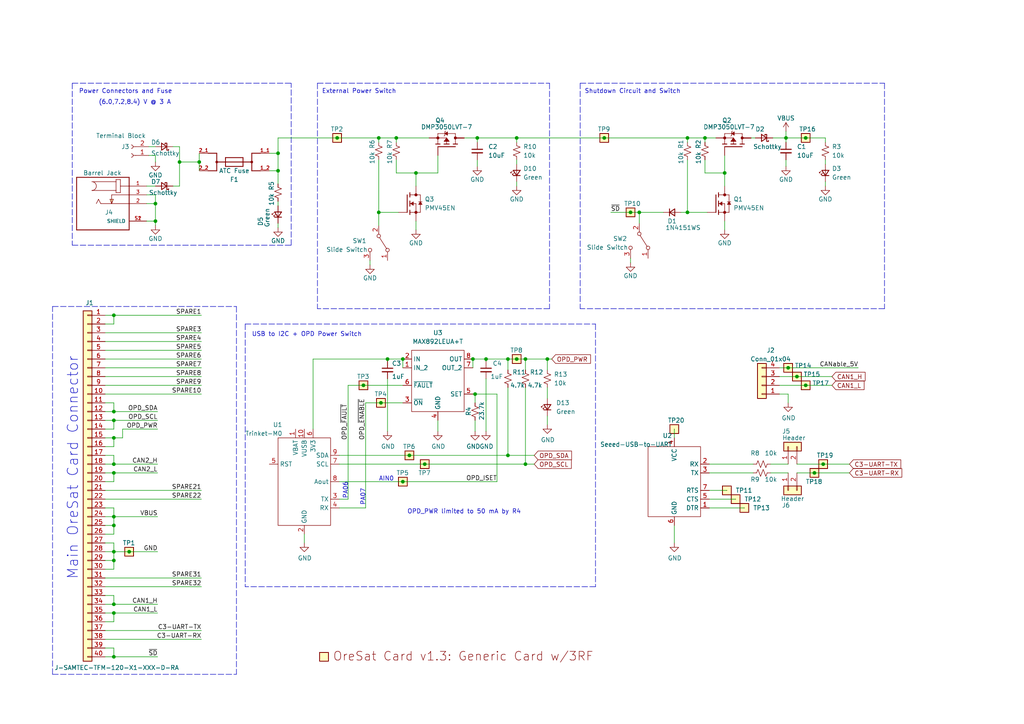
<source format=kicad_sch>
(kicad_sch (version 20210621) (generator eeschema)
  (paper "A4")
  (junction (at 33.02 91.44) (diameter 0.9144))
  (junction (at 33.02 119.38) (diameter 0.9144))
  (junction (at 33.02 121.92) (diameter 0.9144))
  (junction (at 33.02 127) (diameter 0.9144))
  (junction (at 33.02 134.62) (diameter 0.9144))
  (junction (at 33.02 137.16) (diameter 0.9144))
  (junction (at 33.02 149.86) (diameter 0.9144))
  (junction (at 33.02 152.4) (diameter 0.9144))
  (junction (at 33.02 160.02) (diameter 0.9144))
  (junction (at 33.02 162.56) (diameter 0.9144))
  (junction (at 33.02 175.26) (diameter 0.9144))
  (junction (at 33.02 177.8) (diameter 0.9144))
  (junction (at 33.02 190.5) (diameter 0.9144))
  (junction (at 37.465 160.02) (diameter 0.9144))
  (junction (at 45.085 59.055) (diameter 0.9144))
  (junction (at 45.085 64.135) (diameter 0.9144))
  (junction (at 52.07 46.99) (diameter 0.9144))
  (junction (at 57.785 46.99) (diameter 0.9144))
  (junction (at 80.645 44.45) (diameter 0.9144))
  (junction (at 80.645 49.53) (diameter 0.9144))
  (junction (at 97.79 40.005) (diameter 0.9144))
  (junction (at 105.41 111.76) (diameter 0.9144))
  (junction (at 109.855 40.005) (diameter 0.9144))
  (junction (at 109.855 61.595) (diameter 0.9144))
  (junction (at 110.49 116.84) (diameter 0.9144))
  (junction (at 112.395 104.14) (diameter 0.9144))
  (junction (at 114.935 40.005) (diameter 0.9144))
  (junction (at 116.84 104.14) (diameter 0.9144))
  (junction (at 116.84 139.7) (diameter 0.9144))
  (junction (at 118.745 132.08) (diameter 0.9144))
  (junction (at 120.65 50.165) (diameter 0.9144))
  (junction (at 123.19 134.62) (diameter 0.9144))
  (junction (at 137.16 104.14) (diameter 0.9144))
  (junction (at 137.795 114.3) (diameter 0.9144))
  (junction (at 138.43 40.005) (diameter 0.9144))
  (junction (at 140.97 104.14) (diameter 0.9144))
  (junction (at 147.32 104.14) (diameter 0.9144))
  (junction (at 147.32 132.08) (diameter 0.9144))
  (junction (at 149.86 40.005) (diameter 0.9144))
  (junction (at 149.86 104.14) (diameter 0.9144))
  (junction (at 152.4 104.14) (diameter 0.9144))
  (junction (at 152.4 134.62) (diameter 0.9144))
  (junction (at 158.75 104.14) (diameter 0.9144))
  (junction (at 175.26 40.005) (diameter 0.9144))
  (junction (at 182.88 61.595) (diameter 0.9144))
  (junction (at 185.42 61.595) (diameter 0.9144))
  (junction (at 199.39 40.005) (diameter 0.9144))
  (junction (at 199.39 61.595) (diameter 0.9144))
  (junction (at 204.47 40.005) (diameter 0.9144))
  (junction (at 210.185 50.165) (diameter 0.9144))
  (junction (at 227.965 40.005) (diameter 0.9144))
  (junction (at 228.6 106.68) (diameter 0.9144))
  (junction (at 231.14 109.22) (diameter 0.9144))
  (junction (at 233.68 40.005) (diameter 0.9144))
  (junction (at 233.68 111.76) (diameter 0.9144))
  (junction (at 236.22 137.16) (diameter 0.9144))
  (junction (at 238.76 134.62) (diameter 0.9144))
  (wire (pts (xy 30.48 91.44) (xy 33.02 91.44)))
  (wire (pts (xy 30.48 93.98) (xy 33.02 93.98)))
  (wire (pts (xy 30.48 96.52) (xy 58.42 96.52)))
  (wire (pts (xy 30.48 99.06) (xy 58.42 99.06)))
  (wire (pts (xy 30.48 101.6) (xy 58.42 101.6)))
  (wire (pts (xy 30.48 104.14) (xy 58.42 104.14)))
  (wire (pts (xy 30.48 106.68) (xy 58.42 106.68)))
  (wire (pts (xy 30.48 109.22) (xy 58.42 109.22)))
  (wire (pts (xy 30.48 111.76) (xy 58.42 111.76)))
  (wire (pts (xy 30.48 114.3) (xy 58.42 114.3)))
  (wire (pts (xy 30.48 116.84) (xy 33.02 116.84)))
  (wire (pts (xy 30.48 119.38) (xy 33.02 119.38)))
  (wire (pts (xy 30.48 121.92) (xy 33.02 121.92)))
  (wire (pts (xy 30.48 124.46) (xy 33.02 124.46)))
  (wire (pts (xy 30.48 127) (xy 33.02 127)))
  (wire (pts (xy 30.48 129.54) (xy 33.02 129.54)))
  (wire (pts (xy 30.48 132.08) (xy 33.02 132.08)))
  (wire (pts (xy 30.48 134.62) (xy 33.02 134.62)))
  (wire (pts (xy 30.48 137.16) (xy 33.02 137.16)))
  (wire (pts (xy 30.48 142.24) (xy 58.42 142.24)))
  (wire (pts (xy 30.48 144.78) (xy 58.42 144.78)))
  (wire (pts (xy 30.48 147.32) (xy 33.02 147.32)))
  (wire (pts (xy 30.48 152.4) (xy 33.02 152.4)))
  (wire (pts (xy 30.48 157.48) (xy 33.02 157.48)))
  (wire (pts (xy 30.48 160.02) (xy 33.02 160.02)))
  (wire (pts (xy 30.48 162.56) (xy 33.02 162.56)))
  (wire (pts (xy 30.48 165.1) (xy 33.02 165.1)))
  (wire (pts (xy 30.48 167.64) (xy 58.42 167.64)))
  (wire (pts (xy 30.48 170.18) (xy 58.42 170.18)))
  (wire (pts (xy 30.48 172.72) (xy 33.02 172.72)))
  (wire (pts (xy 30.48 175.26) (xy 33.02 175.26)))
  (wire (pts (xy 30.48 177.8) (xy 33.02 177.8)))
  (wire (pts (xy 30.48 182.88) (xy 58.42 182.88)))
  (wire (pts (xy 30.48 185.42) (xy 58.42 185.42)))
  (wire (pts (xy 30.48 187.96) (xy 33.02 187.96)))
  (wire (pts (xy 33.02 91.44) (xy 58.42 91.44)))
  (wire (pts (xy 33.02 93.98) (xy 33.02 91.44)))
  (wire (pts (xy 33.02 116.84) (xy 33.02 119.38)))
  (wire (pts (xy 33.02 119.38) (xy 45.72 119.38)))
  (wire (pts (xy 33.02 121.92) (xy 33.02 124.46)))
  (wire (pts (xy 33.02 121.92) (xy 45.72 121.92)))
  (wire (pts (xy 33.02 127) (xy 33.02 129.54)))
  (wire (pts (xy 33.02 127) (xy 35.56 127)))
  (wire (pts (xy 33.02 132.08) (xy 33.02 134.62)))
  (wire (pts (xy 33.02 134.62) (xy 45.72 134.62)))
  (wire (pts (xy 33.02 137.16) (xy 33.02 139.7)))
  (wire (pts (xy 33.02 137.16) (xy 45.72 137.16)))
  (wire (pts (xy 33.02 139.7) (xy 30.48 139.7)))
  (wire (pts (xy 33.02 147.32) (xy 33.02 149.86)))
  (wire (pts (xy 33.02 149.86) (xy 30.48 149.86)))
  (wire (pts (xy 33.02 149.86) (xy 33.02 152.4)))
  (wire (pts (xy 33.02 149.86) (xy 45.72 149.86)))
  (wire (pts (xy 33.02 152.4) (xy 33.02 154.94)))
  (wire (pts (xy 33.02 154.94) (xy 30.48 154.94)))
  (wire (pts (xy 33.02 157.48) (xy 33.02 160.02)))
  (wire (pts (xy 33.02 160.02) (xy 37.465 160.02)))
  (wire (pts (xy 33.02 162.56) (xy 33.02 160.02)))
  (wire (pts (xy 33.02 162.56) (xy 33.02 165.1)))
  (wire (pts (xy 33.02 172.72) (xy 33.02 175.26)))
  (wire (pts (xy 33.02 175.26) (xy 45.72 175.26)))
  (wire (pts (xy 33.02 177.8) (xy 33.02 180.34)))
  (wire (pts (xy 33.02 177.8) (xy 45.72 177.8)))
  (wire (pts (xy 33.02 180.34) (xy 30.48 180.34)))
  (wire (pts (xy 33.02 187.96) (xy 33.02 190.5)))
  (wire (pts (xy 33.02 190.5) (xy 30.48 190.5)))
  (wire (pts (xy 33.02 190.5) (xy 45.72 190.5)))
  (wire (pts (xy 35.56 124.46) (xy 45.72 124.46)))
  (wire (pts (xy 35.56 127) (xy 35.56 124.46)))
  (wire (pts (xy 37.465 160.02) (xy 45.72 160.02)))
  (wire (pts (xy 42.545 53.975) (xy 45.085 53.975)))
  (wire (pts (xy 42.545 64.135) (xy 45.085 64.135)))
  (wire (pts (xy 43.18 42.545) (xy 45.085 42.545)))
  (wire (pts (xy 43.18 45.085) (xy 45.085 45.085)))
  (wire (pts (xy 45.085 46.99) (xy 45.085 45.085)))
  (wire (pts (xy 45.085 56.515) (xy 42.545 56.515)))
  (wire (pts (xy 45.085 59.055) (xy 42.545 59.055)))
  (wire (pts (xy 45.085 59.055) (xy 45.085 56.515)))
  (wire (pts (xy 45.085 64.135) (xy 45.085 59.055)))
  (wire (pts (xy 45.085 65.405) (xy 45.085 64.135)))
  (wire (pts (xy 50.165 42.545) (xy 52.07 42.545)))
  (wire (pts (xy 50.165 53.975) (xy 52.07 53.975)))
  (wire (pts (xy 52.07 42.545) (xy 52.07 46.99)))
  (wire (pts (xy 52.07 46.99) (xy 52.07 53.975)))
  (wire (pts (xy 52.07 46.99) (xy 57.785 46.99)))
  (wire (pts (xy 57.785 44.45) (xy 57.785 46.99)))
  (wire (pts (xy 57.785 46.99) (xy 57.785 49.53)))
  (wire (pts (xy 78.105 44.45) (xy 80.645 44.45)))
  (wire (pts (xy 78.105 49.53) (xy 80.645 49.53)))
  (wire (pts (xy 80.645 40.005) (xy 80.645 44.45)))
  (wire (pts (xy 80.645 49.53) (xy 80.645 44.45)))
  (wire (pts (xy 80.645 49.53) (xy 80.645 53.34)))
  (wire (pts (xy 80.645 58.42) (xy 80.645 59.69)))
  (wire (pts (xy 80.645 64.77) (xy 80.645 66.04)))
  (wire (pts (xy 88.265 154.94) (xy 88.265 157.48)))
  (wire (pts (xy 90.805 104.14) (xy 90.805 124.46)))
  (wire (pts (xy 90.805 104.14) (xy 112.395 104.14)))
  (wire (pts (xy 97.79 40.005) (xy 80.645 40.005)))
  (wire (pts (xy 98.425 132.08) (xy 118.745 132.08)))
  (wire (pts (xy 98.425 134.62) (xy 123.19 134.62)))
  (wire (pts (xy 98.425 139.7) (xy 116.84 139.7)))
  (wire (pts (xy 98.425 144.78) (xy 100.965 144.78)))
  (wire (pts (xy 100.965 111.76) (xy 100.965 144.78)))
  (wire (pts (xy 105.41 111.76) (xy 100.965 111.76)))
  (wire (pts (xy 106.045 116.84) (xy 106.045 147.32)))
  (wire (pts (xy 106.045 116.84) (xy 110.49 116.84)))
  (wire (pts (xy 106.045 147.32) (xy 98.425 147.32)))
  (wire (pts (xy 107.315 75.565) (xy 107.315 76.835)))
  (wire (pts (xy 109.855 40.005) (xy 97.79 40.005)))
  (wire (pts (xy 109.855 40.005) (xy 109.855 41.275)))
  (wire (pts (xy 109.855 46.355) (xy 109.855 61.595)))
  (wire (pts (xy 109.855 61.595) (xy 109.855 65.405)))
  (wire (pts (xy 109.855 61.595) (xy 115.57 61.595)))
  (wire (pts (xy 110.49 116.84) (xy 116.84 116.84)))
  (wire (pts (xy 112.395 104.14) (xy 112.395 104.775)))
  (wire (pts (xy 112.395 104.14) (xy 116.84 104.14)))
  (wire (pts (xy 112.395 109.855) (xy 112.395 125.095)))
  (wire (pts (xy 114.935 40.005) (xy 109.855 40.005)))
  (wire (pts (xy 114.935 40.005) (xy 114.935 41.275)))
  (wire (pts (xy 114.935 40.005) (xy 124.46 40.005)))
  (wire (pts (xy 114.935 46.355) (xy 114.935 50.165)))
  (wire (pts (xy 114.935 50.165) (xy 120.65 50.165)))
  (wire (pts (xy 116.84 104.14) (xy 116.84 106.68)))
  (wire (pts (xy 116.84 111.76) (xy 105.41 111.76)))
  (wire (pts (xy 116.84 139.7) (xy 144.145 139.7)))
  (wire (pts (xy 118.745 132.08) (xy 147.32 132.08)))
  (wire (pts (xy 120.65 50.165) (xy 127 50.165)))
  (wire (pts (xy 120.65 53.975) (xy 120.65 50.165)))
  (wire (pts (xy 120.65 64.135) (xy 120.65 66.675)))
  (wire (pts (xy 123.19 134.62) (xy 152.4 134.62)))
  (wire (pts (xy 127 45.085) (xy 127 50.165)))
  (wire (pts (xy 127 121.92) (xy 127 125.095)))
  (wire (pts (xy 134.62 40.005) (xy 138.43 40.005)))
  (wire (pts (xy 137.16 104.14) (xy 137.16 106.68)))
  (wire (pts (xy 137.16 104.14) (xy 140.97 104.14)))
  (wire (pts (xy 137.16 114.3) (xy 137.795 114.3)))
  (wire (pts (xy 137.795 114.3) (xy 137.795 116.84)))
  (wire (pts (xy 137.795 121.92) (xy 137.795 125.095)))
  (wire (pts (xy 138.43 40.005) (xy 149.86 40.005)))
  (wire (pts (xy 138.43 41.275) (xy 138.43 40.005)))
  (wire (pts (xy 138.43 46.355) (xy 138.43 48.26)))
  (wire (pts (xy 140.97 104.14) (xy 140.97 104.775)))
  (wire (pts (xy 140.97 104.14) (xy 147.32 104.14)))
  (wire (pts (xy 140.97 109.855) (xy 140.97 125.095)))
  (wire (pts (xy 144.145 114.3) (xy 137.795 114.3)))
  (wire (pts (xy 144.145 139.7) (xy 144.145 114.3)))
  (wire (pts (xy 147.32 104.14) (xy 147.32 107.315)))
  (wire (pts (xy 147.32 104.14) (xy 149.86 104.14)))
  (wire (pts (xy 147.32 112.395) (xy 147.32 132.08)))
  (wire (pts (xy 147.32 132.08) (xy 154.94 132.08)))
  (wire (pts (xy 149.86 40.005) (xy 149.86 41.275)))
  (wire (pts (xy 149.86 40.005) (xy 175.26 40.005)))
  (wire (pts (xy 149.86 46.355) (xy 149.86 47.625)))
  (wire (pts (xy 149.86 52.705) (xy 149.86 53.975)))
  (wire (pts (xy 149.86 104.14) (xy 152.4 104.14)))
  (wire (pts (xy 152.4 104.14) (xy 152.4 107.315)))
  (wire (pts (xy 152.4 104.14) (xy 158.75 104.14)))
  (wire (pts (xy 152.4 112.395) (xy 152.4 134.62)))
  (wire (pts (xy 152.4 134.62) (xy 154.94 134.62)))
  (wire (pts (xy 158.75 104.14) (xy 158.75 107.315)))
  (wire (pts (xy 158.75 104.14) (xy 160.02 104.14)))
  (wire (pts (xy 158.75 112.395) (xy 158.75 115.57)))
  (wire (pts (xy 158.75 120.65) (xy 158.75 123.19)))
  (wire (pts (xy 175.26 40.005) (xy 199.39 40.005)))
  (wire (pts (xy 177.165 61.595) (xy 182.88 61.595)))
  (wire (pts (xy 182.88 61.595) (xy 185.42 61.595)))
  (wire (pts (xy 182.88 74.93) (xy 182.88 76.2)))
  (wire (pts (xy 185.42 61.595) (xy 185.42 64.77)))
  (wire (pts (xy 185.42 61.595) (xy 192.405 61.595)))
  (wire (pts (xy 195.58 124.46) (xy 195.58 127)))
  (wire (pts (xy 195.58 152.4) (xy 195.58 157.48)))
  (wire (pts (xy 197.485 61.595) (xy 199.39 61.595)))
  (wire (pts (xy 199.39 40.005) (xy 199.39 41.275)))
  (wire (pts (xy 199.39 46.355) (xy 199.39 61.595)))
  (wire (pts (xy 199.39 61.595) (xy 205.105 61.595)))
  (wire (pts (xy 204.47 40.005) (xy 199.39 40.005)))
  (wire (pts (xy 204.47 40.005) (xy 204.47 41.275)))
  (wire (pts (xy 204.47 40.005) (xy 207.645 40.005)))
  (wire (pts (xy 204.47 46.355) (xy 204.47 50.165)))
  (wire (pts (xy 204.47 50.165) (xy 210.185 50.165)))
  (wire (pts (xy 205.74 134.62) (xy 218.44 134.62)))
  (wire (pts (xy 205.74 137.16) (xy 218.44 137.16)))
  (wire (pts (xy 205.74 142.24) (xy 210.82 142.24)))
  (wire (pts (xy 205.74 144.78) (xy 213.36 144.78)))
  (wire (pts (xy 205.74 147.32) (xy 215.9 147.32)))
  (wire (pts (xy 210.185 45.085) (xy 210.185 50.165)))
  (wire (pts (xy 210.185 53.975) (xy 210.185 50.165)))
  (wire (pts (xy 210.185 64.135) (xy 210.185 66.675)))
  (wire (pts (xy 217.805 40.005) (xy 219.075 40.005)))
  (wire (pts (xy 223.52 134.62) (xy 228.6 134.62)))
  (wire (pts (xy 223.52 137.16) (xy 228.6 137.16)))
  (wire (pts (xy 224.155 40.005) (xy 227.965 40.005)))
  (wire (pts (xy 226.06 106.68) (xy 228.6 106.68)))
  (wire (pts (xy 226.06 109.22) (xy 231.14 109.22)))
  (wire (pts (xy 226.06 111.76) (xy 233.68 111.76)))
  (wire (pts (xy 227.965 38.1) (xy 227.965 40.005)))
  (wire (pts (xy 227.965 40.005) (xy 233.68 40.005)))
  (wire (pts (xy 227.965 41.275) (xy 227.965 40.005)))
  (wire (pts (xy 227.965 46.355) (xy 227.965 48.26)))
  (wire (pts (xy 228.6 106.68) (xy 248.92 106.68)))
  (wire (pts (xy 228.6 114.3) (xy 226.06 114.3)))
  (wire (pts (xy 228.6 116.84) (xy 228.6 114.3)))
  (wire (pts (xy 231.14 109.22) (xy 241.3 109.22)))
  (wire (pts (xy 231.14 134.62) (xy 238.76 134.62)))
  (wire (pts (xy 231.14 137.16) (xy 236.22 137.16)))
  (wire (pts (xy 233.68 40.005) (xy 239.395 40.005)))
  (wire (pts (xy 233.68 111.76) (xy 241.3 111.76)))
  (wire (pts (xy 236.22 137.16) (xy 246.38 137.16)))
  (wire (pts (xy 238.76 134.62) (xy 246.38 134.62)))
  (wire (pts (xy 239.395 40.005) (xy 239.395 41.275)))
  (wire (pts (xy 239.395 46.355) (xy 239.395 47.625)))
  (wire (pts (xy 239.395 52.705) (xy 239.395 53.975)))
  (polyline (pts (xy 15.24 88.9) (xy 68.58 88.9)) (stroke (width 0) (type dash)))
  (polyline (pts (xy 15.24 195.58) (xy 15.24 88.9)) (stroke (width 0) (type dash)))
  (polyline (pts (xy 15.24 195.58) (xy 68.58 195.58)) (stroke (width 0) (type dash)))
  (polyline (pts (xy 20.955 24.13) (xy 20.955 71.12)) (stroke (width 0) (type dash)))
  (polyline (pts (xy 20.955 24.13) (xy 84.455 24.13)) (stroke (width 0) (type dash)))
  (polyline (pts (xy 20.955 71.12) (xy 84.455 71.12)) (stroke (width 0) (type dash)))
  (polyline (pts (xy 68.58 88.9) (xy 68.58 195.58)) (stroke (width 0) (type dash)))
  (polyline (pts (xy 71.12 93.98) (xy 71.12 170.18)) (stroke (width 0) (type dash)))
  (polyline (pts (xy 71.12 93.98) (xy 172.72 93.98)) (stroke (width 0) (type dash)))
  (polyline (pts (xy 84.455 71.12) (xy 84.455 24.13)) (stroke (width 0) (type dash)))
  (polyline (pts (xy 92.075 24.13) (xy 92.075 89.535)) (stroke (width 0) (type dash)))
  (polyline (pts (xy 92.075 24.13) (xy 159.385 24.13)) (stroke (width 0) (type dash)))
  (polyline (pts (xy 159.385 24.13) (xy 159.385 89.535)) (stroke (width 0) (type dash)))
  (polyline (pts (xy 159.385 89.535) (xy 92.075 89.535)) (stroke (width 0) (type dash)))
  (polyline (pts (xy 168.275 24.13) (xy 168.275 89.535)) (stroke (width 0) (type dash)))
  (polyline (pts (xy 168.275 24.13) (xy 256.54 24.13)) (stroke (width 0) (type dash)))
  (polyline (pts (xy 172.72 93.98) (xy 172.72 170.18)) (stroke (width 0) (type dash)))
  (polyline (pts (xy 172.72 170.18) (xy 71.12 170.18)) (stroke (width 0) (type dash)))
  (polyline (pts (xy 256.54 24.13) (xy 256.54 89.535)) (stroke (width 0) (type dash)))
  (polyline (pts (xy 256.54 89.535) (xy 168.275 89.535)) (stroke (width 0) (type dash)))
  (text "Power Connectors and Fuse" (at 22.86 27.305 0) (effects (font (size 1.27 1.27)) (justify left bottom)))
  (text "Main OreSat Card Connector" (at 22.86 168.275 90) (effects (font (size 3 3)) (justify left bottom)))
  (text "(6.0,7.2,8.4) V @ 3 A" (at 28.575 30.48 0) (effects (font (size 1.27 1.27)) (justify left bottom)))
  (text "USB to I2C + OPD Power Switch" (at 73.025 97.79 0) (effects (font (size 1.27 1.27)) (justify left bottom)))
  (text "External Power Switch" (at 93.345 27.305 0) (effects (font (size 1.27 1.27)) (justify left bottom)))
  (text "PA06" (at 100.965 144.78 90) (effects (font (size 1.27 1.27)) (justify left bottom)))
  (text "PA07\n" (at 106.045 146.685 90) (effects (font (size 1.27 1.27)) (justify left bottom)))
  (text "AIN0" (at 109.855 139.7 0) (effects (font (size 1.27 1.27)) (justify left bottom)))
  (text "OPD_PWR limited to 50 mA by R4" (at 118.11 149.225 0) (effects (font (size 1.27 1.27)) (justify left bottom)))
  (text "Shutdown Circuit and Switch" (at 169.545 27.305 0) (effects (font (size 1.27 1.27)) (justify left bottom)))
  (label "OPD_SDA" (at 45.72 119.38 180))
  (label "OPD_SCL" (at 45.72 121.92 180))
  (label "OPD_PWR" (at 45.72 124.46 180))
  (label "CAN2_H" (at 45.72 134.62 180))
  (label "CAN2_L" (at 45.72 137.16 180))
  (label "VBUS" (at 45.72 149.86 180))
  (label "GND" (at 45.72 160.02 180))
  (label "CAN1_H" (at 45.72 175.26 180))
  (label "CAN1_L" (at 45.72 177.8 180))
  (label "~{SD}" (at 45.72 190.5 180))
  (label "SPARE1" (at 58.42 91.44 180))
  (label "SPARE3" (at 58.42 96.52 180))
  (label "SPARE4" (at 58.42 99.06 180))
  (label "SPARE5" (at 58.42 101.6 180))
  (label "SPARE6" (at 58.42 104.14 180))
  (label "SPARE7" (at 58.42 106.68 180))
  (label "SPARE8" (at 58.42 109.22 180))
  (label "SPARE9" (at 58.42 111.76 180))
  (label "SPARE10" (at 58.42 114.3 180))
  (label "SPARE21" (at 58.42 142.24 180))
  (label "SPARE22" (at 58.42 144.78 180))
  (label "SPARE31" (at 58.42 167.64 180))
  (label "SPARE32" (at 58.42 170.18 180))
  (label "C3-UART-TX" (at 58.42 182.88 180))
  (label "C3-UART-RX" (at 58.42 185.42 180))
  (label "OPD_~{FAULT}" (at 100.965 127.635 90))
  (label "OPD_~{ENABLE}" (at 106.045 127.635 90))
  (label "OPD_ISET" (at 144.145 139.7 180))
  (label "~{SD}" (at 177.165 61.595 0))
  (label "CANable_5V" (at 248.92 106.68 180))
  (global_label "OPD_SDA" (shape input) (at 154.94 132.08 0) (property "Intersheet References" "${INTERSHEET_REFS}" (effects hide)))
  (global_label "OPD_SCL" (shape input) (at 154.94 134.62 0) (property "Intersheet References" "${INTERSHEET_REFS}" (effects hide)))
  (global_label "OPD_PWR" (shape input) (at 160.02 104.14 0) (property "Intersheet References" "${INTERSHEET_REFS}" (effects hide)))
  (global_label "CAN1_H" (shape input) (at 241.3 109.22 0) (property "Intersheet References" "${INTERSHEET_REFS}" (effects hide)))
  (global_label "CAN1_L" (shape input) (at 241.3 111.76 0) (property "Intersheet References" "${INTERSHEET_REFS}" (effects hide)))
  (global_label "C3-UART-TX" (shape input) (at 246.38 134.62 0) (property "Intersheet References" "${INTERSHEET_REFS}" (effects hide)))
  (global_label "C3-UART-RX" (shape input) (at 246.38 137.16 0) (property "Intersheet References" "${INTERSHEET_REFS}" (effects hide)))
  (symbol (lib_id "power:VBUS") (at 227.965 38.1 0) (unit 1)
    (property "Reference" "#PWR010" (effects hide))
    (property "Value" "VBUS" (at 227.965 34.29 0))
  )
  (symbol (lib_id "power:GND") (at 45.085 46.99 0) (unit 1)
    (property "Reference" "#PWR01" (effects hide))
    (property "Value" "GND" (at 45.085 50.8 0))
  )
  (symbol (lib_id "power:GND") (at 45.085 65.405 0) (unit 1)
    (property "Reference" "#PWR02" (effects hide))
    (property "Value" "GND" (at 45.085 69.215 0))
  )
  (symbol (lib_id "power:GND") (at 80.645 66.04 0) (unit 1)
    (property "Reference" "#PWR05" (effects hide))
    (property "Value" "GND" (at 80.645 69.85 0))
  )
  (symbol (lib_id "power:GND") (at 88.265 157.48 0) (unit 1)
    (property "Reference" "#PWR0101" (effects hide))
    (property "Value" "GND" (at 88.392 161.8742 0))
  )
  (symbol (lib_id "power:GND") (at 107.315 76.835 0) (unit 1)
    (property "Reference" "#PWR04" (effects hide))
    (property "Value" "GND" (at 107.315 80.645 0))
  )
  (symbol (lib_id "power:GND") (at 112.395 125.095 0) (unit 1)
    (property "Reference" "#PWR07" (effects hide))
    (property "Value" "GND" (at 112.522 129.4892 0))
  )
  (symbol (lib_id "power:GND") (at 120.65 66.675 0) (unit 1)
    (property "Reference" "#PWR08" (effects hide))
    (property "Value" "GND" (at 120.65 70.485 0))
  )
  (symbol (lib_id "power:GND") (at 127 125.095 0) (unit 1)
    (property "Reference" "#PWR016" (effects hide))
    (property "Value" "GND" (at 127.127 129.4892 0))
  )
  (symbol (lib_id "power:GND") (at 137.795 125.095 0) (unit 1)
    (property "Reference" "#PWR017" (effects hide))
    (property "Value" "GND" (at 137.287 129.4892 0))
  )
  (symbol (lib_id "power:GND") (at 138.43 48.26 0) (unit 1)
    (property "Reference" "#PWR014" (effects hide))
    (property "Value" "GND" (at 138.43 52.07 0))
  )
  (symbol (lib_id "power:GND") (at 140.97 125.095 0) (unit 1)
    (property "Reference" "#PWR018" (effects hide))
    (property "Value" "GND" (at 141.097 129.4892 0))
  )
  (symbol (lib_id "power:GND") (at 149.86 53.975 0) (unit 1)
    (property "Reference" "#PWR015" (effects hide))
    (property "Value" "GND" (at 149.86 57.785 0))
  )
  (symbol (lib_id "power:GND") (at 158.75 123.19 0) (unit 1)
    (property "Reference" "#PWR019" (effects hide))
    (property "Value" "GND" (at 158.877 127.5842 0))
  )
  (symbol (lib_id "power:GND") (at 182.88 76.2 0) (unit 1)
    (property "Reference" "#PWR06" (effects hide))
    (property "Value" "GND" (at 182.88 80.01 0))
  )
  (symbol (lib_id "power:GND") (at 195.58 157.48 0) (unit 1)
    (property "Reference" "#PWR013" (effects hide))
    (property "Value" "GND" (at 195.707 161.8742 0))
  )
  (symbol (lib_id "power:GND") (at 210.185 66.675 0) (unit 1)
    (property "Reference" "#PWR09" (effects hide))
    (property "Value" "GND" (at 210.185 70.485 0))
  )
  (symbol (lib_id "power:GND") (at 227.965 48.26 0) (unit 1)
    (property "Reference" "#PWR011" (effects hide))
    (property "Value" "GND" (at 227.965 52.07 0))
  )
  (symbol (lib_id "power:GND") (at 228.6 116.84 0) (unit 1)
    (property "Reference" "#PWR03" (effects hide))
    (property "Value" "GND" (at 228.727 121.2342 0))
  )
  (symbol (lib_id "power:GND") (at 239.395 53.975 0) (unit 1)
    (property "Reference" "#PWR012" (effects hide))
    (property "Value" "GND" (at 239.395 57.785 0))
  )
  (symbol (lib_id "oresat-misc:TEST-POINT-LARGE-SQUARE") (at 37.465 160.02 0) (unit 1)
    (property "Reference" "TP1" (at 35.56 157.4799 0) (effects (justify left)))
    (property "Value" "TEST-POINT-LARGE-SQUARE" (effects hide))
    (property "Footprint" "oresat-misc:1X01" (effects hide))
  )
  (symbol (lib_id "oresat-misc:TEST-POINT-LARGE-SQUARE") (at 97.79 40.005 0) (unit 1)
    (property "Reference" "TP2" (at 95.885 37.4649 0) (effects (justify left)))
    (property "Value" "TEST-POINT-LARGE-SQUARE" (effects hide))
    (property "Footprint" "oresat-misc:1X01" (effects hide))
  )
  (symbol (lib_id "oresat-misc:TEST-POINT-LARGE-SQUARE") (at 105.41 111.76 0) (unit 1)
    (property "Reference" "TP3" (at 103.505 109.2199 0) (effects (justify left)))
    (property "Value" "TEST-POINT-LARGE-SQUARE" (effects hide))
    (property "Footprint" "oresat-misc:1X01" (effects hide))
  )
  (symbol (lib_id "oresat-misc:TEST-POINT-LARGE-SQUARE") (at 110.49 116.84 0) (unit 1)
    (property "Reference" "TP4" (at 108.585 114.2999 0) (effects (justify left)))
    (property "Value" "TEST-POINT-LARGE-SQUARE" (effects hide))
    (property "Footprint" "oresat-misc:1X01" (effects hide))
  )
  (symbol (lib_id "oresat-misc:TEST-POINT-LARGE-SQUARE") (at 116.84 139.7 0) (unit 1)
    (property "Reference" "TP5" (at 114.935 137.1599 0) (effects (justify left)))
    (property "Value" "TEST-POINT-LARGE-SQUARE" (effects hide))
    (property "Footprint" "oresat-misc:1X01" (effects hide))
  )
  (symbol (lib_id "oresat-misc:TEST-POINT-LARGE-SQUARE") (at 118.745 132.08 0) (unit 1)
    (property "Reference" "TP6" (at 116.84 129.5399 0) (effects (justify left)))
    (property "Value" "TEST-POINT-LARGE-SQUARE" (effects hide))
    (property "Footprint" "oresat-misc:1X01" (effects hide))
  )
  (symbol (lib_id "oresat-misc:TEST-POINT-LARGE-SQUARE") (at 123.19 134.62 0) (unit 1)
    (property "Reference" "TP7" (at 121.285 137.1599 0) (effects (justify left)))
    (property "Value" "TEST-POINT-LARGE-SQUARE" (effects hide))
    (property "Footprint" "oresat-misc:1X01" (effects hide))
  )
  (symbol (lib_id "oresat-misc:TEST-POINT-LARGE-SQUARE") (at 149.86 104.14 0) (unit 1)
    (property "Reference" "TP8" (at 147.955 101.5999 0) (effects (justify left)))
    (property "Value" "TEST-POINT-LARGE-SQUARE" (effects hide))
    (property "Footprint" "oresat-misc:1X01" (effects hide))
  )
  (symbol (lib_id "oresat-misc:TEST-POINT-LARGE-SQUARE") (at 175.26 40.005 0) (unit 1)
    (property "Reference" "TP9" (at 173.355 37.4649 0) (effects (justify left)))
    (property "Value" "TEST-POINT-LARGE-SQUARE" (effects hide))
    (property "Footprint" "oresat-misc:1X01" (effects hide))
  )
  (symbol (lib_id "oresat-misc:TEST-POINT-LARGE-SQUARE") (at 182.88 61.595 0) (unit 1)
    (property "Reference" "TP10" (at 180.975 59.0549 0) (effects (justify left)))
    (property "Value" "TEST-POINT-LARGE-SQUARE" (effects hide))
    (property "Footprint" "oresat-misc:1X01" (effects hide))
  )
  (symbol (lib_id "oresat-misc:TEST-POINT-LARGE-SQUARE") (at 195.58 124.46 0) (unit 1)
    (property "Reference" "TP20" (at 193.675 121.9199 0) (effects (justify left)))
    (property "Value" "TEST-POINT-LARGE-SQUARE" (effects hide))
    (property "Footprint" "oresat-misc:1X01" (effects hide))
  )
  (symbol (lib_id "oresat-misc:TEST-POINT-LARGE-SQUARE") (at 210.82 142.24 0) (unit 1)
    (property "Reference" "TP11" (at 213.36 142.24 0) (effects (justify left)))
    (property "Value" "TEST-POINT-LARGE-SQUARE" (effects hide))
    (property "Footprint" "oresat-misc:1X01" (effects hide))
  )
  (symbol (lib_id "oresat-misc:TEST-POINT-LARGE-SQUARE") (at 213.36 144.78 0) (unit 1)
    (property "Reference" "TP12" (at 215.9 144.78 0) (effects (justify left)))
    (property "Value" "TEST-POINT-LARGE-SQUARE" (effects hide))
    (property "Footprint" "oresat-misc:1X01" (effects hide))
  )
  (symbol (lib_id "oresat-misc:TEST-POINT-LARGE-SQUARE") (at 215.9 147.32 0) (unit 1)
    (property "Reference" "TP13" (at 218.44 147.32 0) (effects (justify left)))
    (property "Value" "TEST-POINT-LARGE-SQUARE" (effects hide))
    (property "Footprint" "oresat-misc:1X01" (effects hide))
  )
  (symbol (lib_id "oresat-misc:TEST-POINT-LARGE-SQUARE") (at 228.6 106.68 0) (unit 1)
    (property "Reference" "TP14" (at 230.505 106.045 0) (effects (justify left)))
    (property "Value" "TEST-POINT-LARGE-SQUARE" (effects hide))
    (property "Footprint" "oresat-misc:1X01" (effects hide))
  )
  (symbol (lib_id "oresat-misc:TEST-POINT-LARGE-SQUARE") (at 231.14 109.22 0) (unit 1)
    (property "Reference" "TP15" (at 233.045 108.585 0) (effects (justify left)))
    (property "Value" "TEST-POINT-LARGE-SQUARE" (effects hide))
    (property "Footprint" "oresat-misc:1X01" (effects hide))
  )
  (symbol (lib_id "oresat-misc:TEST-POINT-LARGE-SQUARE") (at 233.68 40.005 0) (unit 1)
    (property "Reference" "TP16" (at 231.775 37.4649 0) (effects (justify left)))
    (property "Value" "TEST-POINT-LARGE-SQUARE" (effects hide))
    (property "Footprint" "oresat-misc:1X01" (effects hide))
  )
  (symbol (lib_id "oresat-misc:TEST-POINT-LARGE-SQUARE") (at 233.68 111.76 0) (unit 1)
    (property "Reference" "TP17" (at 235.585 111.125 0) (effects (justify left)))
    (property "Value" "TEST-POINT-LARGE-SQUARE" (effects hide))
    (property "Footprint" "oresat-misc:1X01" (effects hide))
  )
  (symbol (lib_id "oresat-misc:TEST-POINT-LARGE-SQUARE") (at 236.22 137.16 0) (unit 1)
    (property "Reference" "TP18" (at 233.68 139.7 0) (effects (justify left)))
    (property "Value" "TEST-POINT-LARGE-SQUARE" (effects hide))
    (property "Footprint" "oresat-misc:1X01" (effects hide))
  )
  (symbol (lib_id "oresat-misc:TEST-POINT-LARGE-SQUARE") (at 238.76 134.62 0) (unit 1)
    (property "Reference" "TP19" (at 236.855 132.08 0) (effects (justify left)))
    (property "Value" "TEST-POINT-LARGE-SQUARE" (effects hide))
    (property "Footprint" "oresat-misc:1X01" (effects hide))
  )
  (symbol (lib_id "Device:R_Small_US") (at 80.645 55.88 0) (unit 1)
    (property "Reference" "R5" (at 78.74 55.2449 90) (effects (justify left)))
    (property "Value" "10k" (at 78.74 59.6899 90) (effects (justify left)))
    (property "Footprint" "Resistor_SMD:R_0603_1608Metric_Pad0.98x0.95mm_HandSolder" (effects hide))
    (property "DIST" "Digi-Key" (effects hide))
    (property "DPN" "RNCF0603BTE10K0CT-ND" (effects hide))
    (property "MFR" "Stackpole" (effects hide))
    (property "MPN" "RNCF0603BTE10K0" (effects hide))
  )
  (symbol (lib_id "Device:R_Small_US") (at 109.855 43.815 0) (unit 1)
    (property "Reference" "R6" (at 107.95 43.1799 90) (effects (justify left)))
    (property "Value" "10k" (at 107.95 47.6249 90) (effects (justify left)))
    (property "Footprint" "Resistor_SMD:R_0603_1608Metric_Pad0.98x0.95mm_HandSolder" (effects hide))
    (property "DIST" "Digi-Key" (effects hide))
    (property "DPN" "RNCF0603BTE10K0CT-ND" (effects hide))
    (property "MFR" "Stackpole" (effects hide))
    (property "MPN" "RNCF0603BTE10K0" (effects hide))
  )
  (symbol (lib_id "Device:R_Small_US") (at 114.935 43.815 0) (unit 1)
    (property "Reference" "R7" (at 113.03 43.1799 90) (effects (justify left)))
    (property "Value" "10k" (at 113.03 47.6249 90) (effects (justify left)))
    (property "Footprint" "Resistor_SMD:R_0603_1608Metric_Pad0.98x0.95mm_HandSolder" (effects hide))
    (property "DIST" "Digi-Key" (effects hide))
    (property "DPN" "RNCF0603BTE10K0CT-ND" (effects hide))
    (property "MFR" "Stackpole" (effects hide))
    (property "MPN" "RNCF0603BTE10K0" (effects hide))
  )
  (symbol (lib_id "Device:R_Small_US") (at 137.795 119.38 0) (unit 1)
    (property "Reference" "R4" (at 135.89 120.6499 90) (effects (justify left)))
    (property "Value" "23.7k" (at 139.7 121.9199 90) (effects (justify left)))
    (property "Footprint" "Resistor_SMD:R_0603_1608Metric_Pad0.98x0.95mm_HandSolder" (effects hide))
    (property "DIST" "Digi-Key" (effects hide))
    (property "DPN" "RMCF0603FT23K7CT-ND" (effects hide))
    (property "MFR" "Stackpole" (effects hide))
    (property "MPN" "RMCF0603FT23K7" (effects hide))
  )
  (symbol (lib_id "Device:R_Small_US") (at 147.32 109.855 0) (unit 1)
    (property "Reference" "R11" (at 148.59 107.9499 0) (effects (justify left)))
    (property "Value" "4.7k" (at 147.955 111.7599 0) (effects (justify left)))
    (property "Footprint" "Resistor_SMD:R_0603_1608Metric_Pad0.98x0.95mm_HandSolder" (effects hide))
    (property "DIST" "Digi-Key" (effects hide))
    (property "DPN" "RMCF0603FT4K70CT-ND" (effects hide))
    (property "MFR" "Stackpole" (effects hide))
    (property "MPN" "RMCF0603FT4K70" (effects hide))
  )
  (symbol (lib_id "Device:R_Small_US") (at 149.86 43.815 0) (unit 1)
    (property "Reference" "R10" (at 151.765 42.5449 0) (effects (justify left)))
    (property "Value" "10k" (at 151.765 45.0849 0) (effects (justify left)))
    (property "Footprint" "Resistor_SMD:R_0603_1608Metric_Pad0.98x0.95mm_HandSolder" (effects hide))
    (property "DIST" "Digi-Key" (effects hide))
    (property "DPN" "RNCF0603BTE10K0CT-ND" (effects hide))
    (property "MFR" "Stackpole" (effects hide))
    (property "MPN" "RNCF0603BTE10K0" (effects hide))
  )
  (symbol (lib_id "Device:R_Small_US") (at 152.4 109.855 0) (unit 1)
    (property "Reference" "R12" (at 153.67 107.9499 0) (effects (justify left)))
    (property "Value" "4.7k" (at 153.035 111.7599 0) (effects (justify left)))
    (property "Footprint" "Resistor_SMD:R_0603_1608Metric_Pad0.98x0.95mm_HandSolder" (effects hide))
    (property "DIST" "Digi-Key" (effects hide))
    (property "DPN" "RMCF0603FT4K70CT-ND" (effects hide))
    (property "MFR" "Stackpole" (effects hide))
    (property "MPN" "RMCF0603FT4K70" (effects hide))
  )
  (symbol (lib_id "Device:R_Small_US") (at 158.75 109.855 0) (unit 1)
    (property "Reference" "R13" (at 160.655 108.5849 0) (effects (justify left)))
    (property "Value" "10k" (at 160.655 111.1249 0) (effects (justify left)))
    (property "Footprint" "Resistor_SMD:R_0603_1608Metric_Pad0.98x0.95mm_HandSolder" (effects hide))
    (property "DIST" "Digi-Key" (effects hide))
    (property "DPN" "RNCF0603BTE10K0CT-ND" (effects hide))
    (property "MFR" "Stackpole" (effects hide))
    (property "MPN" "RNCF0603BTE10K0" (effects hide))
  )
  (symbol (lib_id "Device:R_Small_US") (at 199.39 43.815 0) (unit 1)
    (property "Reference" "R1" (at 197.485 43.1799 90) (effects (justify left)))
    (property "Value" "10k" (at 197.485 47.6249 90) (effects (justify left)))
    (property "Footprint" "Resistor_SMD:R_0603_1608Metric_Pad0.98x0.95mm_HandSolder" (effects hide))
    (property "DIST" "Digi-Key" (effects hide))
    (property "DPN" "RNCF0603BTE10K0CT-ND" (effects hide))
    (property "MFR" "Stackpole" (effects hide))
    (property "MPN" "RNCF0603BTE10K0" (effects hide))
  )
  (symbol (lib_id "Device:R_Small_US") (at 204.47 43.815 0) (unit 1)
    (property "Reference" "R2" (at 202.565 43.1799 90) (effects (justify left)))
    (property "Value" "10k" (at 202.565 47.6249 90) (effects (justify left)))
    (property "Footprint" "Resistor_SMD:R_0603_1608Metric_Pad0.98x0.95mm_HandSolder" (effects hide))
    (property "DIST" "Digi-Key" (effects hide))
    (property "DPN" "RNCF0603BTE10K0CT-ND" (effects hide))
    (property "MFR" "Stackpole" (effects hide))
    (property "MPN" "RNCF0603BTE10K0" (effects hide))
  )
  (symbol (lib_id "Device:R_Small_US") (at 220.98 134.62 90) (unit 1)
    (property "Reference" "R8" (at 220.345 131.445 90) (effects (justify left)))
    (property "Value" "10k" (at 225.425 131.445 90) (effects (justify left)))
    (property "Footprint" "Resistor_SMD:R_0603_1608Metric_Pad0.98x0.95mm_HandSolder" (effects hide))
    (property "DIST" "Digi-Key" (effects hide))
    (property "DPN" "RNCF0603BTE10K0CT-ND" (effects hide))
    (property "MFR" "Stackpole" (effects hide))
    (property "MPN" "RNCF0603BTE10K0" (effects hide))
  )
  (symbol (lib_id "Device:R_Small_US") (at 220.98 137.16 90) (unit 1)
    (property "Reference" "R9" (at 220.345 139.065 90) (effects (justify left)))
    (property "Value" "10k" (at 225.425 139.065 90) (effects (justify left)))
    (property "Footprint" "Resistor_SMD:R_0603_1608Metric_Pad0.98x0.95mm_HandSolder" (effects hide))
    (property "DIST" "Digi-Key" (effects hide))
    (property "DPN" "RNCF0603BTE10K0CT-ND" (effects hide))
    (property "MFR" "Stackpole" (effects hide))
    (property "MPN" "RNCF0603BTE10K0" (effects hide))
  )
  (symbol (lib_id "Device:R_Small_US") (at 239.395 43.815 0) (unit 1)
    (property "Reference" "R3" (at 241.3 42.5449 0) (effects (justify left)))
    (property "Value" "10k" (at 241.3 45.0849 0) (effects (justify left)))
    (property "Footprint" "Resistor_SMD:R_0603_1608Metric_Pad0.98x0.95mm_HandSolder" (effects hide))
    (property "DIST" "Digi-Key" (effects hide))
    (property "DPN" "RNCF0603BTE10K0CT-ND" (effects hide))
    (property "MFR" "Stackpole" (effects hide))
    (property "MPN" "RNCF0603BTE10K0" (effects hide))
  )
  (symbol (lib_id "Device:D_Schottky_Small") (at 47.625 42.545 180) (unit 1)
    (property "Reference" "D6" (at 43.8149 41.275 0) (effects (justify right)))
    (property "Value" "Schottky" (at 43.8149 44.45 0) (effects (justify right)))
    (property "Footprint" "Diode_SMD:D_SMA" (effects hide))
    (property "DIST" "Digi-Key" (effects hide))
    (property "DPN" "SSA33L-E3/61TGICT-ND" (effects hide))
    (property "MFR" "Vishay" (effects hide))
    (property "MPN" "SSA33L-E3/61T" (effects hide))
  )
  (symbol (lib_id "Device:D_Schottky_Small") (at 47.625 53.975 180) (unit 1)
    (property "Reference" "D7" (at 43.8149 52.705 0) (effects (justify right)))
    (property "Value" "Schottky" (at 43.1799 55.88 0) (effects (justify right)))
    (property "Footprint" "Diode_SMD:D_SMA" (effects hide))
    (property "DIST" "Digi-Key" (effects hide))
    (property "DPN" "SSA33L-E3/61TGICT-ND" (effects hide))
    (property "MFR" "Vishay" (effects hide))
    (property "MPN" "SSA33L-E3/61T" (effects hide))
  )
  (symbol (lib_id "Device:D_Small") (at 194.945 61.595 0) (unit 1)
    (property "Reference" "D1" (at 194.945 64.135 0))
    (property "Value" "1N4151WS" (at 198.12 66.04 0))
    (property "Footprint" "Diode_SMD:D_SOD-323F" (effects hide))
    (property "DIST" "Digi-Key" (effects hide))
    (property "DPN" "112-1N4151WS-E3-08CT-ND" (effects hide))
    (property "MFR" "Vishay" (effects hide))
    (property "MPN" "1N4151WS-E3-08" (effects hide))
  )
  (symbol (lib_id "Device:D_Schottky_Small") (at 221.615 40.005 180) (unit 1)
    (property "Reference" "D2" (at 219.0749 37.465 0) (effects (justify right)))
    (property "Value" "Schottky" (at 218.4399 42.545 0) (effects (justify right)))
    (property "Footprint" "Diode_SMD:D_SMA" (effects hide))
    (property "DIST" "Digi-Key" (effects hide))
    (property "DPN" "SSA33L-E3/61TGICT-ND" (effects hide))
    (property "MFR" "Vishay" (effects hide))
    (property "MPN" "SSA33L-E3/61T" (effects hide))
  )
  (symbol (lib_id "Device:LED_Small") (at 80.645 62.23 90) (unit 1)
    (property "Reference" "D5" (at 75.565 62.8649 0) (effects (justify right)))
    (property "Value" "Green" (at 77.47 60.3249 0) (effects (justify right)))
    (property "Footprint" "LED_SMD:LED_0603_1608Metric_Pad1.05x0.95mm_HandSolder" (effects hide))
    (property "DIST" "Digi-Key" (effects hide))
    (property "DPN" "1830-1062-1-ND" (effects hide))
    (property "MFR" "Inolux" (effects hide))
    (property "MPN" "IN-S63AT5G" (effects hide))
  )
  (symbol (lib_id "Device:LED_Small") (at 149.86 50.165 90) (unit 1)
    (property "Reference" "D10" (at 151.765 48.8949 90) (effects (justify right)))
    (property "Value" "Green" (at 151.765 51.4349 90) (effects (justify right)))
    (property "Footprint" "LED_SMD:LED_0603_1608Metric_Pad1.05x0.95mm_HandSolder" (effects hide))
    (property "DIST" "Digi-Key" (effects hide))
    (property "DPN" "1830-1062-1-ND" (effects hide))
    (property "MFR" "Inolux" (effects hide))
    (property "MPN" "IN-S63AT5G" (effects hide))
  )
  (symbol (lib_id "Device:LED_Small") (at 158.75 118.11 90) (unit 1)
    (property "Reference" "D13" (at 161.29 116.8399 90) (effects (justify right)))
    (property "Value" "Green" (at 161.29 119.3799 90) (effects (justify right)))
    (property "Footprint" "LED_SMD:LED_0603_1608Metric_Pad1.05x0.95mm_HandSolder" (effects hide))
    (property "DIST" "Digi-Key" (effects hide))
    (property "DPN" "1830-1062-1-ND" (effects hide))
    (property "MFR" "Inolux" (effects hide))
    (property "MPN" "IN-S63AT5G" (effects hide))
  )
  (symbol (lib_id "Device:LED_Small") (at 239.395 50.165 90) (unit 1)
    (property "Reference" "D3" (at 241.3 48.8949 90) (effects (justify right)))
    (property "Value" "Green" (at 241.3 51.4349 90) (effects (justify right)))
    (property "Footprint" "LED_SMD:LED_0603_1608Metric_Pad1.05x0.95mm_HandSolder" (effects hide))
    (property "DIST" "Digi-Key" (effects hide))
    (property "DPN" "1830-1062-1-ND" (effects hide))
    (property "MFR" "Inolux" (effects hide))
    (property "MPN" "IN-S63AT5G" (effects hide))
  )
  (symbol (lib_id "Device:C_Small") (at 112.395 107.315 0) (unit 1)
    (property "Reference" "C3" (at 113.665 105.4099 0) (effects (justify left)))
    (property "Value" "1uF" (at 113.665 109.2199 0) (effects (justify left)))
    (property "Footprint" "Capacitor_SMD:C_0603_1608Metric_Pad1.08x0.95mm_HandSolder" (effects hide))
    (property "DIST" "Digi-Key" (effects hide))
    (property "DPN" "490-GCM188R71E105KA64JCT-ND" (effects hide))
    (property "MFR" "Murata" (effects hide))
    (property "MPN" "GCM188R71E105KA64J" (effects hide))
  )
  (symbol (lib_id "Device:C_Small") (at 138.43 43.815 0) (unit 1)
    (property "Reference" "C2" (at 141.605 42.5449 0) (effects (justify left)))
    (property "Value" "10uF" (at 141.605 45.0849 0) (effects (justify left)))
    (property "Footprint" "Capacitor_SMD:C_0603_1608Metric_Pad1.08x0.95mm_HandSolder" (effects hide))
    (property "DIST" "Digi-Key" (effects hide))
    (property "DPN" "490-10475-1-ND" (effects hide))
    (property "MFR" "Murata" (effects hide))
    (property "MPN" "GRM188R61A106ME69D" (effects hide))
  )
  (symbol (lib_id "Device:C_Small") (at 140.97 107.315 0) (unit 1)
    (property "Reference" "C4" (at 142.875 105.4099 0) (effects (justify left)))
    (property "Value" "1uF" (at 142.24 109.2199 0) (effects (justify left)))
    (property "Footprint" "Capacitor_SMD:C_0603_1608Metric_Pad1.08x0.95mm_HandSolder" (effects hide))
    (property "DIST" "Digi-Key" (effects hide))
    (property "DPN" "490-GCM188R71E105KA64JCT-ND" (effects hide))
    (property "MFR" "Murata" (effects hide))
    (property "MPN" "GCM188R71E105KA64J" (effects hide))
  )
  (symbol (lib_id "Device:C_Small") (at 227.965 43.815 0) (unit 1)
    (property "Reference" "C1" (at 231.14 42.5449 0) (effects (justify left)))
    (property "Value" "10uF" (at 231.14 45.0849 0) (effects (justify left)))
    (property "Footprint" "Capacitor_SMD:C_0603_1608Metric_Pad1.08x0.95mm_HandSolder" (effects hide))
    (property "DIST" "Digi-Key" (effects hide))
    (property "DPN" "490-10475-1-ND" (effects hide))
    (property "MFR" "Murata" (effects hide))
    (property "MPN" "GRM188R61A106ME69D" (effects hide))
  )
  (symbol (lib_id "Connector:Conn_01x02_Female") (at 38.1 45.085 180) (unit 1)
    (property "Reference" "J3" (at 36.3474 42.545 0))
    (property "Value" "Terminal Block" (at 35.0774 39.37 0))
    (property "Footprint" "J-Phoenix-2-Position-3-5mm-Terminal-Block-Header:1995499" (effects hide))
    (property "DIST" "Digi-Key" (effects hide))
    (property "DPN" "277-6718-ND" (effects hide))
    (property "MFR" "Phoenix Contact" (effects hide))
    (property "MPN" "1995499" (effects hide))
  )
  (symbol (lib_id "Connector_Generic:Conn_01x02") (at 228.6 129.54 90) (unit 1)
    (property "Reference" "J5" (at 229.2349 125.095 90) (effects (justify left)))
    (property "Value" "Header" (at 233.6799 127 90) (effects (justify left)))
    (property "Footprint" "Connector_PinHeader_2.54mm:PinHeader_1x02_P2.54mm_Horizontal" (effects hide))
    (property "DIST" "Digi-Key" (effects hide))
    (property "DPN" "2057-PH1RB-02-UA-ND" (effects hide))
    (property "MFR" " Tech" (effects hide))
    (property "MPN" "PH1RB-02-UA" (effects hide))
  )
  (symbol (lib_id "Connector_Generic:Conn_01x02") (at 228.6 142.24 90) (mirror x) (unit 1)
    (property "Reference" "J6" (at 227.965 146.558 90))
    (property "Value" "Header" (at 229.87 144.653 90))
    (property "Footprint" "Connector_PinHeader_2.54mm:PinHeader_1x02_P2.54mm_Horizontal" (effects hide))
    (property "DIST" "Digi-Key" (effects hide))
    (property "DPN" "2057-PH1RB-02-UA-ND" (effects hide))
    (property "MFR" " Tech" (effects hide))
    (property "MPN" "PH1RB-02-UA" (effects hide))
  )
  (symbol (lib_id "Switch:SW_SPDT") (at 109.855 70.485 270) (unit 1)
    (property "Reference" "SW1" (at 102.235 69.8499 90) (effects (justify left)))
    (property "Value" "Slide Switch" (at 94.615 72.3899 90) (effects (justify left)))
    (property "Footprint" "S-CK-AYZ0102AGRLC-Slide-Switch:AYZ0102AGRLC" (effects hide))
    (property "DIST" "Digi-Key" (effects hide))
    (property "DPN" "401-2012-1-ND" (effects hide))
    (property "MFR" "C&K" (effects hide))
    (property "MPN" "AYZ0102AGRLC" (effects hide))
  )
  (symbol (lib_id "Switch:SW_SPDT") (at 185.42 69.85 270) (unit 1)
    (property "Reference" "SW2" (at 177.8 69.2149 90) (effects (justify left)))
    (property "Value" "Slide Switch" (at 170.18 71.7549 90) (effects (justify left)))
    (property "Footprint" "S-CK-AYZ0102AGRLC-Slide-Switch:AYZ0102AGRLC" (effects hide))
    (property "DIST" "Digi-Key" (effects hide))
    (property "DPN" "401-2012-1-ND" (effects hide))
    (property "MFR" "C&K" (effects hide))
    (property "MPN" "AYZ0102AGRLC" (effects hide))
  )
  (symbol (lib_id "Connector_Generic:Conn_01x04") (at 220.98 111.76 180) (unit 1)
    (property "Reference" "J2" (at 223.52 101.6 0))
    (property "Value" "Conn_01x04" (at 223.52 104.14 0))
    (property "Footprint" "TerminalBlock_4Ucon:TerminalBlock_4Ucon_1x04_P3.50mm_Vertical" (effects hide))
    (property "DIST" "Digi-Key" (effects hide))
    (property "DPN" "WM12840-ND" (effects hide))
    (property "MFR" "Molex" (effects hide))
    (property "MPN" "0757570441" (effects hide))
  )
  (symbol (lib_id "MOSFET:N-MOSFET-SOT-23-3") (at 118.11 59.055 0) (unit 1)
    (property "Reference" "Q3" (at 123.19 57.7849 0) (effects (justify left)))
    (property "Value" "PMV45EN" (at 123.19 60.3249 0) (effects (justify left)))
    (property "Footprint" "Mosfets:SOT23-3" (effects hide))
    (property "DIST" "Digi-Key" (effects hide))
    (property "DPN" "1727-2307-1-ND" (effects hide))
    (property "MFR" "Nexperia" (effects hide))
    (property "MPN" "PMV45EN2R" (effects hide))
  )
  (symbol (lib_id "MOSFET:N-MOSFET-SOT-23-3") (at 207.645 59.055 0) (unit 1)
    (property "Reference" "Q1" (at 212.725 57.7849 0) (effects (justify left)))
    (property "Value" "PMV45EN" (at 212.725 60.3249 0) (effects (justify left)))
    (property "Footprint" "Mosfets:SOT23-3" (effects hide))
    (property "DIST" "Digi-Key" (effects hide))
    (property "DPN" "1727-2307-1-ND" (effects hide))
    (property "MFR" "Nexperia" (effects hide))
    (property "MPN" "PMV45EN2R" (effects hide))
  )
  (symbol (lib_id "MOSFET:MOSFET-PCH-SOT23-6") (at 129.54 42.545 90) (unit 1)
    (property "Reference" "Q4" (at 127.635 34.925 90))
    (property "Value" "DMP3050LVT-7" (at 129.54 36.83 90))
    (property "Footprint" "Mosfets:SOT23-6" (effects hide))
    (property "DPN" "DMP3050LVT-7DICT-ND" (effects hide))
    (property "MPN" "DMP3050LVT-7" (effects hide))
    (property "DIST" "Digi-Key" (effects hide))
    (property "MFR" "Diodes Incorporated" (effects hide))
  )
  (symbol (lib_id "MOSFET:MOSFET-PCH-SOT23-6") (at 212.725 42.545 90) (unit 1)
    (property "Reference" "Q2" (at 210.82 34.925 90))
    (property "Value" "DMP3050LVT-7" (at 211.455 36.83 90))
    (property "Footprint" "Mosfets:SOT23-6" (effects hide))
    (property "DPN" "DMP3050LVT-7DICT-ND" (effects hide))
    (property "MPN" "DMP3050LVT-7" (effects hide))
    (property "DIST" "Digi-Key" (effects hide))
    (property "MFR" "Diodes Incorporated" (effects hide))
  )
  (symbol (lib_id "F-Keystone-3550-2-ATC-Fuse-Holder:3550-2") (at 67.945 46.99 180) (unit 1)
    (property "Reference" "F1" (at 67.945 52.07 0))
    (property "Value" "ATC Fuse" (at 67.945 49.53 0))
    (property "Footprint" "F-Keystone-3550-2-ATC-Fuse-Holder:FUSE_3550-2" (effects hide))
    (property "MAXIMUM_PACKAGE_HEIGHT" "5.78 mm" (effects hide))
    (property "PARTREV" "B" (effects hide))
    (property "STANDARD" "Manufacturer recommendations" (effects hide))
    (property "MANUFACTURER" "Keystone Electronics" (effects hide))
    (property "MFR" "Keystone" (effects hide))
    (property "MPN" "3550-2" (effects hide))
    (property "DIST" "Digi-Key" (effects hide))
    (property "DPN" "36-3550-2-ND" (effects hide))
  )
  (symbol (lib_id "J-CUI-PJ-051AH-Barrel-Jack:PJ-051AH") (at 29.845 59.055 0) (unit 1)
    (property "Reference" "J4" (at 31.5976 61.595 0))
    (property "Value" "Barrel Jack" (at 29.6926 50.165 0))
    (property "Footprint" "J-CUI-PJ-051AH-Barrel-Jack:CUI_PJ-051AH" (effects hide))
    (property "PARTREV" "1.03" (effects hide))
    (property "STANDARD" "Manufacturer Recommendations" (effects hide))
    (property "MANUFACTURER" "CUI Inc." (effects hide))
    (property "DIST" "Digi-Key" (effects hide))
    (property "DPN" "CP-051AH-ND" (effects hide))
    (property "MFR" "CUI Devices" (effects hide))
    (property "MPN" "PJ-051AH" (effects hide))
  )
  (symbol (lib_id "oresat-cards:ORESAT-CARD-V1.3-GENERIC-3RF") (at 93.98 190.5 0) (unit 1) (in_bom no)
    (property "Reference" "PCB1" (effects hide))
    (property "Value" "ORESAT-CARD-V1.3-GENERIC-3RF" (effects hide))
    (property "Footprint" "oresat-cards:ORESAT-CARD-V1.3-GENERIC-3RF" (effects hide))
  )
  (symbol (lib_id "U-Maxim-MAX892LEUA+T-power-switch:MAX892LEUA+T") (at 127 109.22 0) (unit 1)
    (property "Reference" "U3" (at 127 96.52 0))
    (property "Value" "MAX892LEUA+T" (at 127 99.06 0))
    (property "Footprint" "U-Maxim-MAX892LEUA+T-power-switch:MAX892LEUA+T" (effects hide))
    (property "DIST" "Digi-Key" (effects hide))
    (property "MFR" "Maxim" (effects hide))
    (property "DPN" "MAX892LEUA+-ND" (effects hide))
    (property "MPN" "MAX892LEUA+" (effects hide))
  )
  (symbol (lib_id "Seeed-USB-to-UART:Seeed-USB-to-UART") (at 195.58 139.7 0) (unit 1)
    (property "Reference" "U2" (at 194.945 126.365 0) (effects (justify right)))
    (property "Value" "Seeed-USB-to-UART" (at 194.945 128.905 0) (effects (justify right)))
    (property "Footprint" "Seeed-USB-to-UART:Seeed-USB-to-UART" (effects hide))
    (property "DIST" "Digi-Key" (effects hide))
    (property "DPN" "1597-1332-ND" (effects hide))
    (property "MFR" "Seeed" (effects hide))
    (property "MPN" "103990049" (effects hide))
  )
  (symbol (lib_id "Adafruit-Trinket-M0:Trinket-M0") (at 88.265 139.7 0) (unit 1)
    (property "Reference" "U1" (at 81.915 123.1899 0) (effects (justify right)))
    (property "Value" "Trinket-M0" (at 81.915 125.7299 0) (effects (justify right)))
    (property "Footprint" "Adafruit-Trinket-M0:Trinket-M0" (effects hide))
    (property "DIST" "Digi-Key" (effects hide))
    (property "DPN" "1528-2361-ND" (effects hide))
    (property "MFR" "Adafruit" (effects hide))
    (property "MPN" "3500" (effects hide))
  )
  (symbol (lib_id "Connector_Generic:Conn_01x40") (at 25.4 139.7 0) (mirror y) (unit 1)
    (property "Reference" "J1" (at 27.178 87.8332 0) (effects (justify left)))
    (property "Value" "J-SAMTEC-TFM-120-X1-XXX-D-RA" (at 51.943 193.6496 0) (effects (justify left)))
    (property "Footprint" "J-SAMTEC-TFM-120-X1-XXX-D-RA:J-SAMTEC-TFM-120-X1-XXX-D-RA" (effects hide))
    (property "DIST" "Digi-Key" (effects hide))
    (property "DPN" "SAM10145-ND " (effects hide))
    (property "MFR" "Samtec" (effects hide))
    (property "MPN" "TFM-120-01-L-D-RA" (effects hide))
  )
)
</source>
